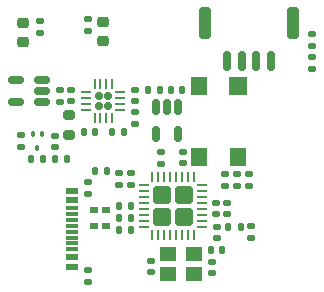
<source format=gtp>
G04 #@! TF.GenerationSoftware,KiCad,Pcbnew,8.0.3*
G04 #@! TF.CreationDate,2024-06-26T13:16:16+02:00*
G04 #@! TF.ProjectId,ESP32-C3-V2,45535033-322d-4433-932d-56322e6b6963,rev?*
G04 #@! TF.SameCoordinates,Original*
G04 #@! TF.FileFunction,Paste,Top*
G04 #@! TF.FilePolarity,Positive*
%FSLAX46Y46*%
G04 Gerber Fmt 4.6, Leading zero omitted, Abs format (unit mm)*
G04 Created by KiCad (PCBNEW 8.0.3) date 2024-06-26 13:16:16*
%MOMM*%
%LPD*%
G01*
G04 APERTURE LIST*
G04 Aperture macros list*
%AMRoundRect*
0 Rectangle with rounded corners*
0 $1 Rounding radius*
0 $2 $3 $4 $5 $6 $7 $8 $9 X,Y pos of 4 corners*
0 Add a 4 corners polygon primitive as box body*
4,1,4,$2,$3,$4,$5,$6,$7,$8,$9,$2,$3,0*
0 Add four circle primitives for the rounded corners*
1,1,$1+$1,$2,$3*
1,1,$1+$1,$4,$5*
1,1,$1+$1,$6,$7*
1,1,$1+$1,$8,$9*
0 Add four rect primitives between the rounded corners*
20,1,$1+$1,$2,$3,$4,$5,0*
20,1,$1+$1,$4,$5,$6,$7,0*
20,1,$1+$1,$6,$7,$8,$9,0*
20,1,$1+$1,$8,$9,$2,$3,0*%
G04 Aperture macros list end*
%ADD10RoundRect,0.140000X-0.170000X0.140000X-0.170000X-0.140000X0.170000X-0.140000X0.170000X0.140000X0*%
%ADD11RoundRect,0.135000X-0.185000X0.135000X-0.185000X-0.135000X0.185000X-0.135000X0.185000X0.135000X0*%
%ADD12RoundRect,0.135000X-0.135000X-0.185000X0.135000X-0.185000X0.135000X0.185000X-0.135000X0.185000X0*%
%ADD13RoundRect,0.150000X0.150000X0.700000X-0.150000X0.700000X-0.150000X-0.700000X0.150000X-0.700000X0*%
%ADD14RoundRect,0.250000X0.250000X1.100000X-0.250000X1.100000X-0.250000X-1.100000X0.250000X-1.100000X0*%
%ADD15RoundRect,0.140000X-0.140000X-0.170000X0.140000X-0.170000X0.140000X0.170000X-0.140000X0.170000X0*%
%ADD16RoundRect,0.140000X0.170000X-0.140000X0.170000X0.140000X-0.170000X0.140000X-0.170000X-0.140000X0*%
%ADD17RoundRect,0.135000X0.135000X0.185000X-0.135000X0.185000X-0.135000X-0.185000X0.135000X-0.185000X0*%
%ADD18R,0.700000X0.600000*%
%ADD19RoundRect,0.218750X0.256250X-0.218750X0.256250X0.218750X-0.256250X0.218750X-0.256250X-0.218750X0*%
%ADD20R,1.140000X0.600000*%
%ADD21R,1.140000X0.300000*%
%ADD22RoundRect,0.140000X0.140000X0.170000X-0.140000X0.170000X-0.140000X-0.170000X0.140000X-0.170000X0*%
%ADD23RoundRect,0.135000X0.185000X-0.135000X0.185000X0.135000X-0.185000X0.135000X-0.185000X-0.135000X0*%
%ADD24RoundRect,0.200000X-0.275000X0.200000X-0.275000X-0.200000X0.275000X-0.200000X0.275000X0.200000X0*%
%ADD25RoundRect,0.100000X-0.100000X0.125000X-0.100000X-0.125000X0.100000X-0.125000X0.100000X0.125000X0*%
%ADD26R,1.500000X1.500000*%
%ADD27R,1.400000X1.600000*%
%ADD28RoundRect,0.150000X-0.150000X0.512500X-0.150000X-0.512500X0.150000X-0.512500X0.150000X0.512500X0*%
%ADD29RoundRect,0.250000X0.495000X0.495000X-0.495000X0.495000X-0.495000X-0.495000X0.495000X-0.495000X0*%
%ADD30RoundRect,0.062500X0.337500X0.062500X-0.337500X0.062500X-0.337500X-0.062500X0.337500X-0.062500X0*%
%ADD31RoundRect,0.062500X0.062500X0.337500X-0.062500X0.337500X-0.062500X-0.337500X0.062500X-0.337500X0*%
%ADD32R,1.400000X1.200000*%
%ADD33RoundRect,0.160000X0.160000X0.160000X-0.160000X0.160000X-0.160000X-0.160000X0.160000X-0.160000X0*%
%ADD34RoundRect,0.062500X0.375000X0.062500X-0.375000X0.062500X-0.375000X-0.062500X0.375000X-0.062500X0*%
%ADD35RoundRect,0.062500X0.062500X0.375000X-0.062500X0.375000X-0.062500X-0.375000X0.062500X-0.375000X0*%
%ADD36RoundRect,0.150000X0.512500X0.150000X-0.512500X0.150000X-0.512500X-0.150000X0.512500X-0.150000X0*%
G04 APERTURE END LIST*
D10*
G04 #@! TO.C,C3*
X54200000Y-7220000D03*
X54200000Y-8180000D03*
G04 #@! TD*
D11*
G04 #@! TO.C,R20*
X44400000Y2450000D03*
X44400000Y1430000D03*
G04 #@! TD*
G04 #@! TO.C,R3*
X40400000Y-10890000D03*
X40400000Y-11910000D03*
G04 #@! TD*
D10*
G04 #@! TO.C,C5*
X48400000Y-920000D03*
X48400000Y-1880000D03*
G04 #@! TD*
D12*
G04 #@! TO.C,R14*
X37590000Y-1500000D03*
X38610000Y-1500000D03*
G04 #@! TD*
D11*
G04 #@! TO.C,R9*
X59400000Y9110000D03*
X59400000Y8090000D03*
G04 #@! TD*
D12*
G04 #@! TO.C,R5*
X40990000Y-2500000D03*
X42010000Y-2500000D03*
G04 #@! TD*
D13*
G04 #@! TO.C,J3*
X55900000Y6800000D03*
X54650000Y6800000D03*
X53400000Y6800000D03*
X52150000Y6800000D03*
D14*
X57750000Y10000000D03*
X50300000Y10000000D03*
G04 #@! TD*
D15*
G04 #@! TO.C,C1*
X50820000Y-9200000D03*
X51780000Y-9200000D03*
G04 #@! TD*
D16*
G04 #@! TO.C,C12*
X37600000Y-480000D03*
X37600000Y480000D03*
G04 #@! TD*
D10*
G04 #@! TO.C,C16*
X50900000Y-10190000D03*
X50900000Y-11150000D03*
G04 #@! TD*
D17*
G04 #@! TO.C,R12*
X44010000Y-5490000D03*
X42990000Y-5490000D03*
G04 #@! TD*
D16*
G04 #@! TO.C,C11*
X44000000Y-3680000D03*
X44000000Y-2720000D03*
G04 #@! TD*
G04 #@! TO.C,C13*
X43000000Y-3680000D03*
X43000000Y-2720000D03*
G04 #@! TD*
D18*
G04 #@! TO.C,D1*
X41900000Y-5790000D03*
X40900000Y-5790000D03*
X40900000Y-7190000D03*
X41900000Y-7190000D03*
G04 #@! TD*
D19*
G04 #@! TO.C,D2*
X34900000Y8412500D03*
X34900000Y9987500D03*
G04 #@! TD*
D10*
G04 #@! TO.C,C6*
X51300000Y-7270000D03*
X51300000Y-8230000D03*
G04 #@! TD*
D20*
G04 #@! TO.C,U1*
X39070000Y-4210000D03*
X39070000Y-5010000D03*
D21*
X39070000Y-6160000D03*
X39070000Y-7160000D03*
X39070000Y-7660000D03*
X39070000Y-8660000D03*
D20*
X39070000Y-9810000D03*
X39070000Y-10610000D03*
X39070000Y-10610000D03*
X39070000Y-9810000D03*
D21*
X39070000Y-9160000D03*
X39070000Y-8160000D03*
X39070000Y-6660000D03*
X39070000Y-5660000D03*
D20*
X39070000Y-5010000D03*
X39070000Y-4210000D03*
G04 #@! TD*
D12*
G04 #@! TO.C,R4*
X45490000Y4350000D03*
X46510000Y4350000D03*
G04 #@! TD*
D17*
G04 #@! TO.C,R8*
X44000000Y-7500000D03*
X42980000Y-7500000D03*
G04 #@! TD*
D11*
G04 #@! TO.C,R1*
X53000000Y-2790000D03*
X53000000Y-3810000D03*
G04 #@! TD*
D22*
G04 #@! TO.C,C8*
X40980000Y750000D03*
X40020000Y750000D03*
G04 #@! TD*
D12*
G04 #@! TO.C,R16*
X42390000Y750000D03*
X43410000Y750000D03*
G04 #@! TD*
G04 #@! TO.C,R13*
X35590000Y-1500000D03*
X36610000Y-1500000D03*
G04 #@! TD*
D11*
G04 #@! TO.C,R19*
X52000000Y-2790000D03*
X52000000Y-3810000D03*
G04 #@! TD*
D17*
G04 #@! TO.C,L1*
X53310000Y-7250000D03*
X52290000Y-7250000D03*
G04 #@! TD*
D11*
G04 #@! TO.C,R21*
X36300000Y10210000D03*
X36300000Y9190000D03*
G04 #@! TD*
G04 #@! TO.C,R15*
X34700000Y510000D03*
X34700000Y-510000D03*
G04 #@! TD*
D23*
G04 #@! TO.C,R2*
X40400000Y-4510000D03*
X40400000Y-3490000D03*
G04 #@! TD*
D19*
G04 #@! TO.C,D3*
X41700000Y8512500D03*
X41700000Y10087500D03*
G04 #@! TD*
D24*
G04 #@! TO.C,R11*
X38800000Y2175000D03*
X38800000Y525000D03*
G04 #@! TD*
D16*
G04 #@! TO.C,C10*
X39000000Y3370000D03*
X39000000Y4330000D03*
G04 #@! TD*
D23*
G04 #@! TO.C,R10*
X59400000Y6090000D03*
X59400000Y7110000D03*
G04 #@! TD*
D11*
G04 #@! TO.C,R17*
X40400000Y10310000D03*
X40400000Y9290000D03*
G04 #@! TD*
D25*
G04 #@! TO.C,Q1*
X36500000Y575000D03*
X35700000Y575000D03*
X36100000Y-575000D03*
G04 #@! TD*
D26*
G04 #@! TO.C,SW2*
X53100000Y4700000D03*
D27*
X53100000Y-1300000D03*
X49800000Y4700000D03*
X49800000Y-1300000D03*
G04 #@! TD*
D16*
G04 #@! TO.C,C14*
X54000000Y-3780000D03*
X54000000Y-2820000D03*
G04 #@! TD*
D11*
G04 #@! TO.C,R6*
X46600000Y-890000D03*
X46600000Y-1910000D03*
G04 #@! TD*
D16*
G04 #@! TO.C,C9*
X44400000Y3370000D03*
X44400000Y4330000D03*
G04 #@! TD*
D17*
G04 #@! TO.C,R7*
X44010000Y-6490000D03*
X42990000Y-6490000D03*
G04 #@! TD*
D23*
G04 #@! TO.C,R18*
X38000000Y3340000D03*
X38000000Y4360000D03*
G04 #@! TD*
D28*
G04 #@! TO.C,U5*
X48050000Y2887500D03*
X47100000Y2887500D03*
X46150000Y2887500D03*
X46150000Y612500D03*
X48050000Y612500D03*
G04 #@! TD*
D10*
G04 #@! TO.C,C7*
X51250000Y-5220000D03*
X51250000Y-6180000D03*
G04 #@! TD*
D29*
G04 #@! TO.C,U3*
X48525000Y-6425000D03*
X48525000Y-4575000D03*
X46675000Y-6425000D03*
X46675000Y-4575000D03*
D30*
X50050000Y-7250000D03*
X50050000Y-6750000D03*
X50050000Y-6250000D03*
X50050000Y-5750000D03*
X50050000Y-5250000D03*
X50050000Y-4750000D03*
X50050000Y-4250000D03*
X50050000Y-3750000D03*
D31*
X49350000Y-3050000D03*
X48850000Y-3050000D03*
X48350000Y-3050000D03*
X47850000Y-3050000D03*
X47350000Y-3050000D03*
X46850000Y-3050000D03*
X46350000Y-3050000D03*
X45850000Y-3050000D03*
D30*
X45150000Y-3750000D03*
X45150000Y-4250000D03*
X45150000Y-4750000D03*
X45150000Y-5250000D03*
X45150000Y-5750000D03*
X45150000Y-6250000D03*
X45150000Y-6750000D03*
X45150000Y-7250000D03*
D31*
X45850000Y-7950000D03*
X46350000Y-7950000D03*
X46850000Y-7950000D03*
X47350000Y-7950000D03*
X47850000Y-7950000D03*
X48350000Y-7950000D03*
X48850000Y-7950000D03*
X49350000Y-7950000D03*
G04 #@! TD*
D10*
G04 #@! TO.C,C2*
X52200000Y-5220000D03*
X52200000Y-6180000D03*
G04 #@! TD*
D15*
G04 #@! TO.C,C4*
X47400000Y4350000D03*
X48360000Y4350000D03*
G04 #@! TD*
D32*
G04 #@! TO.C,Y1*
X49400000Y-9550000D03*
X47200000Y-9550000D03*
X47200000Y-11250000D03*
X49400000Y-11250000D03*
G04 #@! TD*
D33*
G04 #@! TO.C,U4*
X42100000Y3000000D03*
X42100000Y3800000D03*
X41300000Y3000000D03*
X41300000Y3800000D03*
D34*
X43137500Y2650000D03*
X43137500Y3150000D03*
X43137500Y3650000D03*
X43137500Y4150000D03*
D35*
X42450000Y4837500D03*
X41950000Y4837500D03*
X41450000Y4837500D03*
X40950000Y4837500D03*
D34*
X40262500Y4150000D03*
X40262500Y3650000D03*
X40262500Y3150000D03*
X40262500Y2650000D03*
D35*
X40950000Y1962500D03*
X41450000Y1962500D03*
X41950000Y1962500D03*
X42450000Y1962500D03*
G04 #@! TD*
D36*
G04 #@! TO.C,U2*
X36537500Y3300000D03*
X36537500Y4250000D03*
X36537500Y5200000D03*
X34262500Y5200000D03*
X34262500Y3300000D03*
G04 #@! TD*
D16*
G04 #@! TO.C,C17*
X45700000Y-11080000D03*
X45700000Y-10120000D03*
G04 #@! TD*
M02*

</source>
